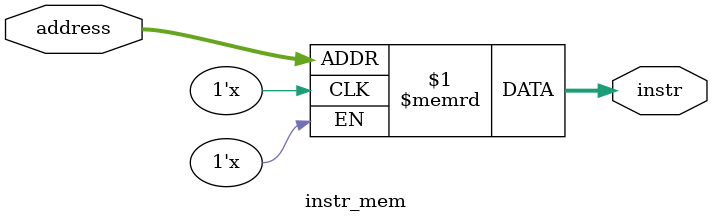
<source format=sv>
module instr_mem(input logic [31:0] address,
		output logic [31:0] instr);

	logic [31:0] regs [0:255];
	
	assign instr = regs[address];

endmodule
	
</source>
